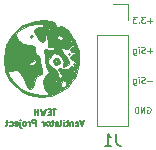
<source format=gbr>
G04 #@! TF.GenerationSoftware,KiCad,Pcbnew,(5.1.5)-3*
G04 #@! TF.CreationDate,2020-06-24T13:55:20-05:00*
G04 #@! TF.ProjectId,PressureSensor,50726573-7375-4726-9553-656e736f722e,rev?*
G04 #@! TF.SameCoordinates,Original*
G04 #@! TF.FileFunction,Legend,Bot*
G04 #@! TF.FilePolarity,Positive*
%FSLAX46Y46*%
G04 Gerber Fmt 4.6, Leading zero omitted, Abs format (unit mm)*
G04 Created by KiCad (PCBNEW (5.1.5)-3) date 2020-06-24 13:55:20*
%MOMM*%
%LPD*%
G04 APERTURE LIST*
%ADD10C,0.127000*%
%ADD11C,0.095250*%
%ADD12C,0.010000*%
%ADD13C,0.120000*%
%ADD14C,0.150000*%
G04 APERTURE END LIST*
D10*
X156506333Y-95797309D02*
X156216047Y-95797309D01*
X156361190Y-96305309D02*
X156361190Y-95797309D01*
X156046714Y-96039214D02*
X155877380Y-96039214D01*
X155804809Y-96305309D02*
X156046714Y-96305309D01*
X156046714Y-95797309D01*
X155804809Y-95797309D01*
X155635476Y-95797309D02*
X155514523Y-96305309D01*
X155417761Y-95942452D01*
X155321000Y-96305309D01*
X155200047Y-95797309D01*
X155006523Y-96305309D02*
X155006523Y-95797309D01*
X155006523Y-96039214D02*
X154716238Y-96039214D01*
X154716238Y-96305309D02*
X154716238Y-95797309D01*
X158889095Y-96686309D02*
X158719761Y-97194309D01*
X158550428Y-96686309D01*
X158187571Y-97170119D02*
X158235952Y-97194309D01*
X158332714Y-97194309D01*
X158381095Y-97170119D01*
X158405285Y-97121738D01*
X158405285Y-96928214D01*
X158381095Y-96879833D01*
X158332714Y-96855642D01*
X158235952Y-96855642D01*
X158187571Y-96879833D01*
X158163380Y-96928214D01*
X158163380Y-96976595D01*
X158405285Y-97024976D01*
X157945666Y-96855642D02*
X157945666Y-97194309D01*
X157945666Y-96904023D02*
X157921476Y-96879833D01*
X157873095Y-96855642D01*
X157800523Y-96855642D01*
X157752142Y-96879833D01*
X157727952Y-96928214D01*
X157727952Y-97194309D01*
X157558619Y-96855642D02*
X157365095Y-96855642D01*
X157486047Y-96686309D02*
X157486047Y-97121738D01*
X157461857Y-97170119D01*
X157413476Y-97194309D01*
X157365095Y-97194309D01*
X157195761Y-97194309D02*
X157195761Y-96855642D01*
X157195761Y-96686309D02*
X157219952Y-96710500D01*
X157195761Y-96734690D01*
X157171571Y-96710500D01*
X157195761Y-96686309D01*
X157195761Y-96734690D01*
X156881285Y-97194309D02*
X156929666Y-97170119D01*
X156953857Y-97121738D01*
X156953857Y-96686309D01*
X156470047Y-97194309D02*
X156470047Y-96928214D01*
X156494238Y-96879833D01*
X156542619Y-96855642D01*
X156639380Y-96855642D01*
X156687761Y-96879833D01*
X156470047Y-97170119D02*
X156518428Y-97194309D01*
X156639380Y-97194309D01*
X156687761Y-97170119D01*
X156711952Y-97121738D01*
X156711952Y-97073357D01*
X156687761Y-97024976D01*
X156639380Y-97000785D01*
X156518428Y-97000785D01*
X156470047Y-96976595D01*
X156300714Y-96855642D02*
X156107190Y-96855642D01*
X156228142Y-96686309D02*
X156228142Y-97121738D01*
X156203952Y-97170119D01*
X156155571Y-97194309D01*
X156107190Y-97194309D01*
X155865285Y-97194309D02*
X155913666Y-97170119D01*
X155937857Y-97145928D01*
X155962047Y-97097547D01*
X155962047Y-96952404D01*
X155937857Y-96904023D01*
X155913666Y-96879833D01*
X155865285Y-96855642D01*
X155792714Y-96855642D01*
X155744333Y-96879833D01*
X155720142Y-96904023D01*
X155695952Y-96952404D01*
X155695952Y-97097547D01*
X155720142Y-97145928D01*
X155744333Y-97170119D01*
X155792714Y-97194309D01*
X155865285Y-97194309D01*
X155478238Y-97194309D02*
X155478238Y-96855642D01*
X155478238Y-96952404D02*
X155454047Y-96904023D01*
X155429857Y-96879833D01*
X155381476Y-96855642D01*
X155333095Y-96855642D01*
X154776714Y-97194309D02*
X154776714Y-96686309D01*
X154583190Y-96686309D01*
X154534809Y-96710500D01*
X154510619Y-96734690D01*
X154486428Y-96783071D01*
X154486428Y-96855642D01*
X154510619Y-96904023D01*
X154534809Y-96928214D01*
X154583190Y-96952404D01*
X154776714Y-96952404D01*
X154268714Y-97194309D02*
X154268714Y-96855642D01*
X154268714Y-96952404D02*
X154244523Y-96904023D01*
X154220333Y-96879833D01*
X154171952Y-96855642D01*
X154123571Y-96855642D01*
X153881666Y-97194309D02*
X153930047Y-97170119D01*
X153954238Y-97145928D01*
X153978428Y-97097547D01*
X153978428Y-96952404D01*
X153954238Y-96904023D01*
X153930047Y-96879833D01*
X153881666Y-96855642D01*
X153809095Y-96855642D01*
X153760714Y-96879833D01*
X153736523Y-96904023D01*
X153712333Y-96952404D01*
X153712333Y-97097547D01*
X153736523Y-97145928D01*
X153760714Y-97170119D01*
X153809095Y-97194309D01*
X153881666Y-97194309D01*
X153494619Y-96855642D02*
X153494619Y-97291071D01*
X153518809Y-97339452D01*
X153567190Y-97363642D01*
X153591380Y-97363642D01*
X153494619Y-96686309D02*
X153518809Y-96710500D01*
X153494619Y-96734690D01*
X153470428Y-96710500D01*
X153494619Y-96686309D01*
X153494619Y-96734690D01*
X153059190Y-97170119D02*
X153107571Y-97194309D01*
X153204333Y-97194309D01*
X153252714Y-97170119D01*
X153276904Y-97121738D01*
X153276904Y-96928214D01*
X153252714Y-96879833D01*
X153204333Y-96855642D01*
X153107571Y-96855642D01*
X153059190Y-96879833D01*
X153035000Y-96928214D01*
X153035000Y-96976595D01*
X153276904Y-97024976D01*
X152599571Y-97170119D02*
X152647952Y-97194309D01*
X152744714Y-97194309D01*
X152793095Y-97170119D01*
X152817285Y-97145928D01*
X152841476Y-97097547D01*
X152841476Y-96952404D01*
X152817285Y-96904023D01*
X152793095Y-96879833D01*
X152744714Y-96855642D01*
X152647952Y-96855642D01*
X152599571Y-96879833D01*
X152454428Y-96855642D02*
X152260904Y-96855642D01*
X152381857Y-96686309D02*
X152381857Y-97121738D01*
X152357666Y-97170119D01*
X152309285Y-97194309D01*
X152260904Y-97194309D01*
D11*
X164217047Y-95631000D02*
X164265428Y-95606809D01*
X164338000Y-95606809D01*
X164410571Y-95631000D01*
X164458952Y-95679380D01*
X164483142Y-95727761D01*
X164507333Y-95824523D01*
X164507333Y-95897095D01*
X164483142Y-95993857D01*
X164458952Y-96042238D01*
X164410571Y-96090619D01*
X164338000Y-96114809D01*
X164289619Y-96114809D01*
X164217047Y-96090619D01*
X164192857Y-96066428D01*
X164192857Y-95897095D01*
X164289619Y-95897095D01*
X163975142Y-96114809D02*
X163975142Y-95606809D01*
X163684857Y-96114809D01*
X163684857Y-95606809D01*
X163442952Y-96114809D02*
X163442952Y-95606809D01*
X163322000Y-95606809D01*
X163249428Y-95631000D01*
X163201047Y-95679380D01*
X163176857Y-95727761D01*
X163152666Y-95824523D01*
X163152666Y-95897095D01*
X163176857Y-95993857D01*
X163201047Y-96042238D01*
X163249428Y-96090619D01*
X163322000Y-96114809D01*
X163442952Y-96114809D01*
X164616190Y-93381285D02*
X164229142Y-93381285D01*
X164011428Y-93550619D02*
X163938857Y-93574809D01*
X163817904Y-93574809D01*
X163769523Y-93550619D01*
X163745333Y-93526428D01*
X163721142Y-93478047D01*
X163721142Y-93429666D01*
X163745333Y-93381285D01*
X163769523Y-93357095D01*
X163817904Y-93332904D01*
X163914666Y-93308714D01*
X163963047Y-93284523D01*
X163987238Y-93260333D01*
X164011428Y-93211952D01*
X164011428Y-93163571D01*
X163987238Y-93115190D01*
X163963047Y-93091000D01*
X163914666Y-93066809D01*
X163793714Y-93066809D01*
X163721142Y-93091000D01*
X163503428Y-93574809D02*
X163503428Y-93236142D01*
X163503428Y-93066809D02*
X163527619Y-93091000D01*
X163503428Y-93115190D01*
X163479238Y-93091000D01*
X163503428Y-93066809D01*
X163503428Y-93115190D01*
X163043809Y-93236142D02*
X163043809Y-93647380D01*
X163068000Y-93695761D01*
X163092190Y-93719952D01*
X163140571Y-93744142D01*
X163213142Y-93744142D01*
X163261523Y-93719952D01*
X163043809Y-93550619D02*
X163092190Y-93574809D01*
X163188952Y-93574809D01*
X163237333Y-93550619D01*
X163261523Y-93526428D01*
X163285714Y-93478047D01*
X163285714Y-93332904D01*
X163261523Y-93284523D01*
X163237333Y-93260333D01*
X163188952Y-93236142D01*
X163092190Y-93236142D01*
X163043809Y-93260333D01*
X164616190Y-90841285D02*
X164229142Y-90841285D01*
X164422666Y-91034809D02*
X164422666Y-90647761D01*
X164011428Y-91010619D02*
X163938857Y-91034809D01*
X163817904Y-91034809D01*
X163769523Y-91010619D01*
X163745333Y-90986428D01*
X163721142Y-90938047D01*
X163721142Y-90889666D01*
X163745333Y-90841285D01*
X163769523Y-90817095D01*
X163817904Y-90792904D01*
X163914666Y-90768714D01*
X163963047Y-90744523D01*
X163987238Y-90720333D01*
X164011428Y-90671952D01*
X164011428Y-90623571D01*
X163987238Y-90575190D01*
X163963047Y-90551000D01*
X163914666Y-90526809D01*
X163793714Y-90526809D01*
X163721142Y-90551000D01*
X163503428Y-91034809D02*
X163503428Y-90696142D01*
X163503428Y-90526809D02*
X163527619Y-90551000D01*
X163503428Y-90575190D01*
X163479238Y-90551000D01*
X163503428Y-90526809D01*
X163503428Y-90575190D01*
X163043809Y-90696142D02*
X163043809Y-91107380D01*
X163068000Y-91155761D01*
X163092190Y-91179952D01*
X163140571Y-91204142D01*
X163213142Y-91204142D01*
X163261523Y-91179952D01*
X163043809Y-91010619D02*
X163092190Y-91034809D01*
X163188952Y-91034809D01*
X163237333Y-91010619D01*
X163261523Y-90986428D01*
X163285714Y-90938047D01*
X163285714Y-90792904D01*
X163261523Y-90744523D01*
X163237333Y-90720333D01*
X163188952Y-90696142D01*
X163092190Y-90696142D01*
X163043809Y-90720333D01*
X164628285Y-88301285D02*
X164241238Y-88301285D01*
X164434761Y-88494809D02*
X164434761Y-88107761D01*
X164047714Y-87986809D02*
X163733238Y-87986809D01*
X163902571Y-88180333D01*
X163830000Y-88180333D01*
X163781619Y-88204523D01*
X163757428Y-88228714D01*
X163733238Y-88277095D01*
X163733238Y-88398047D01*
X163757428Y-88446428D01*
X163781619Y-88470619D01*
X163830000Y-88494809D01*
X163975142Y-88494809D01*
X164023523Y-88470619D01*
X164047714Y-88446428D01*
X163515523Y-88446428D02*
X163491333Y-88470619D01*
X163515523Y-88494809D01*
X163539714Y-88470619D01*
X163515523Y-88446428D01*
X163515523Y-88494809D01*
X163322000Y-87986809D02*
X163007523Y-87986809D01*
X163176857Y-88180333D01*
X163104285Y-88180333D01*
X163055904Y-88204523D01*
X163031714Y-88228714D01*
X163007523Y-88277095D01*
X163007523Y-88398047D01*
X163031714Y-88446428D01*
X163055904Y-88470619D01*
X163104285Y-88494809D01*
X163249428Y-88494809D01*
X163297809Y-88470619D01*
X163322000Y-88446428D01*
D12*
G36*
X157480000Y-91122500D02*
G01*
X157585834Y-91228333D01*
X157691667Y-91122500D01*
X157585834Y-91016666D01*
X157480000Y-91122500D01*
G37*
X157480000Y-91122500D02*
X157585834Y-91228333D01*
X157691667Y-91122500D01*
X157585834Y-91016666D01*
X157480000Y-91122500D01*
G36*
X156246879Y-91609432D02*
G01*
X156210000Y-91757500D01*
X156379433Y-92038121D01*
X156527500Y-92075000D01*
X156808122Y-91905567D01*
X156845000Y-91757500D01*
X156633334Y-91757500D01*
X156527500Y-91863333D01*
X156421667Y-91757500D01*
X156527500Y-91651666D01*
X156633334Y-91757500D01*
X156845000Y-91757500D01*
X156675568Y-91476878D01*
X156527500Y-91440000D01*
X156246879Y-91609432D01*
G37*
X156246879Y-91609432D02*
X156210000Y-91757500D01*
X156379433Y-92038121D01*
X156527500Y-92075000D01*
X156808122Y-91905567D01*
X156845000Y-91757500D01*
X156633334Y-91757500D01*
X156527500Y-91863333D01*
X156421667Y-91757500D01*
X156527500Y-91651666D01*
X156633334Y-91757500D01*
X156845000Y-91757500D01*
X156675568Y-91476878D01*
X156527500Y-91440000D01*
X156246879Y-91609432D01*
G36*
X157903334Y-91969166D02*
G01*
X158009167Y-92075000D01*
X158115000Y-91969166D01*
X158009167Y-91863333D01*
X157903334Y-91969166D01*
G37*
X157903334Y-91969166D02*
X158009167Y-92075000D01*
X158115000Y-91969166D01*
X158009167Y-91863333D01*
X157903334Y-91969166D01*
G36*
X154305000Y-89640833D02*
G01*
X154410834Y-89746666D01*
X154516667Y-89640833D01*
X154410834Y-89535000D01*
X154305000Y-89640833D01*
G37*
X154305000Y-89640833D02*
X154410834Y-89746666D01*
X154516667Y-89640833D01*
X154410834Y-89535000D01*
X154305000Y-89640833D01*
G36*
X154831424Y-88330703D02*
G01*
X154774723Y-88339477D01*
X153684663Y-88711478D01*
X152839661Y-89399973D01*
X152289235Y-90345986D01*
X152082901Y-91490546D01*
X152082500Y-91545833D01*
X152212191Y-92591631D01*
X152640794Y-93438544D01*
X153427607Y-94199882D01*
X153500149Y-94254779D01*
X154248927Y-94602198D01*
X155181296Y-94750103D01*
X156098059Y-94679764D01*
X156527500Y-94539401D01*
X157506503Y-93879060D01*
X157587237Y-93770725D01*
X157380124Y-93770725D01*
X157333135Y-93844643D01*
X157050262Y-93969352D01*
X156917181Y-93714279D01*
X156915556Y-93662500D01*
X156982233Y-93450833D01*
X156633334Y-93450833D01*
X156527500Y-93556666D01*
X156421667Y-93450833D01*
X156527500Y-93345000D01*
X156633334Y-93450833D01*
X156982233Y-93450833D01*
X157004396Y-93380477D01*
X157079453Y-93345000D01*
X157330360Y-93493616D01*
X157380124Y-93770725D01*
X157587237Y-93770725D01*
X158164772Y-92995753D01*
X158283913Y-92604166D01*
X158115000Y-92604166D01*
X158009167Y-92710000D01*
X157903334Y-92604166D01*
X158009167Y-92498333D01*
X158115000Y-92604166D01*
X158283913Y-92604166D01*
X158478078Y-91965994D01*
X158423102Y-90884235D01*
X158272550Y-90884235D01*
X158147110Y-91023921D01*
X158009167Y-91134205D01*
X157723241Y-91392970D01*
X157769539Y-91556708D01*
X157960702Y-91676900D01*
X158211660Y-91930994D01*
X158210660Y-92091461D01*
X157956115Y-92199579D01*
X157888708Y-92171794D01*
X157704057Y-92194654D01*
X157691667Y-92260158D01*
X157513917Y-92379068D01*
X157109584Y-92365821D01*
X156730242Y-92325613D01*
X156704501Y-92429199D01*
X156792084Y-92528004D01*
X157033725Y-92885512D01*
X156973787Y-93105797D01*
X156845000Y-93133333D01*
X156652917Y-92963832D01*
X156633334Y-92841650D01*
X156473284Y-92515246D01*
X156157084Y-92226367D01*
X155835218Y-91926145D01*
X155856469Y-91618773D01*
X155907623Y-91525231D01*
X156194741Y-91179432D01*
X156359304Y-91072732D01*
X156696980Y-91147183D01*
X157008385Y-91460802D01*
X157150635Y-91845799D01*
X157129940Y-91977692D01*
X157130435Y-92195576D01*
X157350600Y-92160587D01*
X157628902Y-91990358D01*
X157636567Y-91732327D01*
X157362132Y-91293712D01*
X157220814Y-91110164D01*
X156948129Y-90730344D01*
X156949589Y-90620569D01*
X156332667Y-90620569D01*
X156318048Y-90781631D01*
X155942730Y-90762773D01*
X155930365Y-90760432D01*
X155542961Y-90741382D01*
X155521959Y-90888493D01*
X155613298Y-91271570D01*
X155604770Y-91609956D01*
X155647914Y-92114417D01*
X155772661Y-92375623D01*
X155872596Y-92684914D01*
X155683444Y-92919500D01*
X155393309Y-93396598D01*
X155463609Y-93952163D01*
X155695953Y-94282380D01*
X155881657Y-94511206D01*
X155758380Y-94600844D01*
X155371654Y-94615000D01*
X154701167Y-94528976D01*
X154016241Y-94323149D01*
X153458972Y-93988960D01*
X152925273Y-93510819D01*
X152533480Y-93011507D01*
X152400000Y-92646177D01*
X152493299Y-92533377D01*
X152539275Y-92567052D01*
X152795910Y-92577766D01*
X152935840Y-92492795D01*
X153222125Y-92483134D01*
X153551347Y-92813652D01*
X153863786Y-93413829D01*
X153971256Y-93715416D01*
X154188478Y-94121946D01*
X154419306Y-94121096D01*
X154614978Y-93724199D01*
X154654250Y-93556666D01*
X154839447Y-93096076D01*
X155095849Y-92921666D01*
X155290408Y-92833152D01*
X155318977Y-92502164D01*
X155261630Y-92128401D01*
X155148025Y-91707429D01*
X154877912Y-91707429D01*
X154834167Y-91863333D01*
X154532096Y-92047505D01*
X154345425Y-92071758D01*
X154108544Y-92037504D01*
X154262406Y-91891176D01*
X154305000Y-91863333D01*
X154692812Y-91676353D01*
X154877912Y-91707429D01*
X155148025Y-91707429D01*
X155113784Y-91580548D01*
X154937778Y-91235855D01*
X154902495Y-91205153D01*
X154714269Y-90985555D01*
X154710255Y-90940084D01*
X154684877Y-90527900D01*
X154387136Y-90387664D01*
X154231973Y-90381666D01*
X153711294Y-90249803D01*
X153314633Y-89929768D01*
X153140354Y-89534888D01*
X153234386Y-89232297D01*
X153674286Y-88911017D01*
X154304190Y-88663980D01*
X154933505Y-88549316D01*
X155319147Y-88596455D01*
X155507347Y-88723396D01*
X155331967Y-88825009D01*
X155104085Y-88880334D01*
X154708843Y-89006948D01*
X154658532Y-89229117D01*
X154786585Y-89518284D01*
X155105168Y-89977876D01*
X155388992Y-90112637D01*
X155565343Y-89905089D01*
X155589878Y-89711388D01*
X155614390Y-89376046D01*
X155690608Y-89443476D01*
X155772253Y-89640833D01*
X155861319Y-90121529D01*
X155827239Y-90363472D01*
X155831338Y-90556366D01*
X155947738Y-90518770D01*
X156247537Y-90530972D01*
X156332667Y-90620569D01*
X156949589Y-90620569D01*
X156949748Y-90608617D01*
X157108202Y-90649041D01*
X157469386Y-90670675D01*
X157591547Y-90584089D01*
X157892050Y-90401986D01*
X157968742Y-90398377D01*
X158094637Y-90449450D01*
X157956250Y-90521849D01*
X157707130Y-90736923D01*
X157761705Y-90930432D01*
X158062084Y-90932959D01*
X158272550Y-90884235D01*
X158423102Y-90884235D01*
X158422190Y-90866295D01*
X158102840Y-90064166D01*
X157903334Y-90064166D01*
X157797500Y-90170000D01*
X157691667Y-90064166D01*
X157797500Y-89958333D01*
X157903334Y-90064166D01*
X158102840Y-90064166D01*
X158014778Y-89842978D01*
X157945288Y-89746666D01*
X157056667Y-89746666D01*
X156904748Y-89952274D01*
X156857492Y-89958333D01*
X156570825Y-89804473D01*
X156527500Y-89746666D01*
X156575485Y-89565458D01*
X156726675Y-89535000D01*
X157016281Y-89645511D01*
X157056667Y-89746666D01*
X157945288Y-89746666D01*
X157483793Y-89107048D01*
X157336083Y-89005833D01*
X155998334Y-89005833D01*
X155892500Y-89111666D01*
X155786667Y-89005833D01*
X155892500Y-88900000D01*
X155998334Y-89005833D01*
X157336083Y-89005833D01*
X156992807Y-88770611D01*
X156581528Y-88826184D01*
X156456841Y-88831277D01*
X156503453Y-88727243D01*
X156458716Y-88510353D01*
X156096088Y-88356480D01*
X155519134Y-88288853D01*
X154831424Y-88330703D01*
G37*
X154831424Y-88330703D02*
X154774723Y-88339477D01*
X153684663Y-88711478D01*
X152839661Y-89399973D01*
X152289235Y-90345986D01*
X152082901Y-91490546D01*
X152082500Y-91545833D01*
X152212191Y-92591631D01*
X152640794Y-93438544D01*
X153427607Y-94199882D01*
X153500149Y-94254779D01*
X154248927Y-94602198D01*
X155181296Y-94750103D01*
X156098059Y-94679764D01*
X156527500Y-94539401D01*
X157506503Y-93879060D01*
X157587237Y-93770725D01*
X157380124Y-93770725D01*
X157333135Y-93844643D01*
X157050262Y-93969352D01*
X156917181Y-93714279D01*
X156915556Y-93662500D01*
X156982233Y-93450833D01*
X156633334Y-93450833D01*
X156527500Y-93556666D01*
X156421667Y-93450833D01*
X156527500Y-93345000D01*
X156633334Y-93450833D01*
X156982233Y-93450833D01*
X157004396Y-93380477D01*
X157079453Y-93345000D01*
X157330360Y-93493616D01*
X157380124Y-93770725D01*
X157587237Y-93770725D01*
X158164772Y-92995753D01*
X158283913Y-92604166D01*
X158115000Y-92604166D01*
X158009167Y-92710000D01*
X157903334Y-92604166D01*
X158009167Y-92498333D01*
X158115000Y-92604166D01*
X158283913Y-92604166D01*
X158478078Y-91965994D01*
X158423102Y-90884235D01*
X158272550Y-90884235D01*
X158147110Y-91023921D01*
X158009167Y-91134205D01*
X157723241Y-91392970D01*
X157769539Y-91556708D01*
X157960702Y-91676900D01*
X158211660Y-91930994D01*
X158210660Y-92091461D01*
X157956115Y-92199579D01*
X157888708Y-92171794D01*
X157704057Y-92194654D01*
X157691667Y-92260158D01*
X157513917Y-92379068D01*
X157109584Y-92365821D01*
X156730242Y-92325613D01*
X156704501Y-92429199D01*
X156792084Y-92528004D01*
X157033725Y-92885512D01*
X156973787Y-93105797D01*
X156845000Y-93133333D01*
X156652917Y-92963832D01*
X156633334Y-92841650D01*
X156473284Y-92515246D01*
X156157084Y-92226367D01*
X155835218Y-91926145D01*
X155856469Y-91618773D01*
X155907623Y-91525231D01*
X156194741Y-91179432D01*
X156359304Y-91072732D01*
X156696980Y-91147183D01*
X157008385Y-91460802D01*
X157150635Y-91845799D01*
X157129940Y-91977692D01*
X157130435Y-92195576D01*
X157350600Y-92160587D01*
X157628902Y-91990358D01*
X157636567Y-91732327D01*
X157362132Y-91293712D01*
X157220814Y-91110164D01*
X156948129Y-90730344D01*
X156949589Y-90620569D01*
X156332667Y-90620569D01*
X156318048Y-90781631D01*
X155942730Y-90762773D01*
X155930365Y-90760432D01*
X155542961Y-90741382D01*
X155521959Y-90888493D01*
X155613298Y-91271570D01*
X155604770Y-91609956D01*
X155647914Y-92114417D01*
X155772661Y-92375623D01*
X155872596Y-92684914D01*
X155683444Y-92919500D01*
X155393309Y-93396598D01*
X155463609Y-93952163D01*
X155695953Y-94282380D01*
X155881657Y-94511206D01*
X155758380Y-94600844D01*
X155371654Y-94615000D01*
X154701167Y-94528976D01*
X154016241Y-94323149D01*
X153458972Y-93988960D01*
X152925273Y-93510819D01*
X152533480Y-93011507D01*
X152400000Y-92646177D01*
X152493299Y-92533377D01*
X152539275Y-92567052D01*
X152795910Y-92577766D01*
X152935840Y-92492795D01*
X153222125Y-92483134D01*
X153551347Y-92813652D01*
X153863786Y-93413829D01*
X153971256Y-93715416D01*
X154188478Y-94121946D01*
X154419306Y-94121096D01*
X154614978Y-93724199D01*
X154654250Y-93556666D01*
X154839447Y-93096076D01*
X155095849Y-92921666D01*
X155290408Y-92833152D01*
X155318977Y-92502164D01*
X155261630Y-92128401D01*
X155148025Y-91707429D01*
X154877912Y-91707429D01*
X154834167Y-91863333D01*
X154532096Y-92047505D01*
X154345425Y-92071758D01*
X154108544Y-92037504D01*
X154262406Y-91891176D01*
X154305000Y-91863333D01*
X154692812Y-91676353D01*
X154877912Y-91707429D01*
X155148025Y-91707429D01*
X155113784Y-91580548D01*
X154937778Y-91235855D01*
X154902495Y-91205153D01*
X154714269Y-90985555D01*
X154710255Y-90940084D01*
X154684877Y-90527900D01*
X154387136Y-90387664D01*
X154231973Y-90381666D01*
X153711294Y-90249803D01*
X153314633Y-89929768D01*
X153140354Y-89534888D01*
X153234386Y-89232297D01*
X153674286Y-88911017D01*
X154304190Y-88663980D01*
X154933505Y-88549316D01*
X155319147Y-88596455D01*
X155507347Y-88723396D01*
X155331967Y-88825009D01*
X155104085Y-88880334D01*
X154708843Y-89006948D01*
X154658532Y-89229117D01*
X154786585Y-89518284D01*
X155105168Y-89977876D01*
X155388992Y-90112637D01*
X155565343Y-89905089D01*
X155589878Y-89711388D01*
X155614390Y-89376046D01*
X155690608Y-89443476D01*
X155772253Y-89640833D01*
X155861319Y-90121529D01*
X155827239Y-90363472D01*
X155831338Y-90556366D01*
X155947738Y-90518770D01*
X156247537Y-90530972D01*
X156332667Y-90620569D01*
X156949589Y-90620569D01*
X156949748Y-90608617D01*
X157108202Y-90649041D01*
X157469386Y-90670675D01*
X157591547Y-90584089D01*
X157892050Y-90401986D01*
X157968742Y-90398377D01*
X158094637Y-90449450D01*
X157956250Y-90521849D01*
X157707130Y-90736923D01*
X157761705Y-90930432D01*
X158062084Y-90932959D01*
X158272550Y-90884235D01*
X158423102Y-90884235D01*
X158422190Y-90866295D01*
X158102840Y-90064166D01*
X157903334Y-90064166D01*
X157797500Y-90170000D01*
X157691667Y-90064166D01*
X157797500Y-89958333D01*
X157903334Y-90064166D01*
X158102840Y-90064166D01*
X158014778Y-89842978D01*
X157945288Y-89746666D01*
X157056667Y-89746666D01*
X156904748Y-89952274D01*
X156857492Y-89958333D01*
X156570825Y-89804473D01*
X156527500Y-89746666D01*
X156575485Y-89565458D01*
X156726675Y-89535000D01*
X157016281Y-89645511D01*
X157056667Y-89746666D01*
X157945288Y-89746666D01*
X157483793Y-89107048D01*
X157336083Y-89005833D01*
X155998334Y-89005833D01*
X155892500Y-89111666D01*
X155786667Y-89005833D01*
X155892500Y-88900000D01*
X155998334Y-89005833D01*
X157336083Y-89005833D01*
X156992807Y-88770611D01*
X156581528Y-88826184D01*
X156456841Y-88831277D01*
X156503453Y-88727243D01*
X156458716Y-88510353D01*
X156096088Y-88356480D01*
X155519134Y-88288853D01*
X154831424Y-88330703D01*
D13*
X162620000Y-86935000D02*
X161290000Y-86935000D01*
X162620000Y-88265000D02*
X162620000Y-86935000D01*
X162620000Y-89535000D02*
X159960000Y-89535000D01*
X159960000Y-89535000D02*
X159960000Y-97215000D01*
X162620000Y-89535000D02*
X162620000Y-97215000D01*
X162620000Y-97215000D02*
X159960000Y-97215000D01*
D14*
X161623333Y-97877380D02*
X161623333Y-98591666D01*
X161670952Y-98734523D01*
X161766190Y-98829761D01*
X161909047Y-98877380D01*
X162004285Y-98877380D01*
X160623333Y-98877380D02*
X161194761Y-98877380D01*
X160909047Y-98877380D02*
X160909047Y-97877380D01*
X161004285Y-98020238D01*
X161099523Y-98115476D01*
X161194761Y-98163095D01*
M02*

</source>
